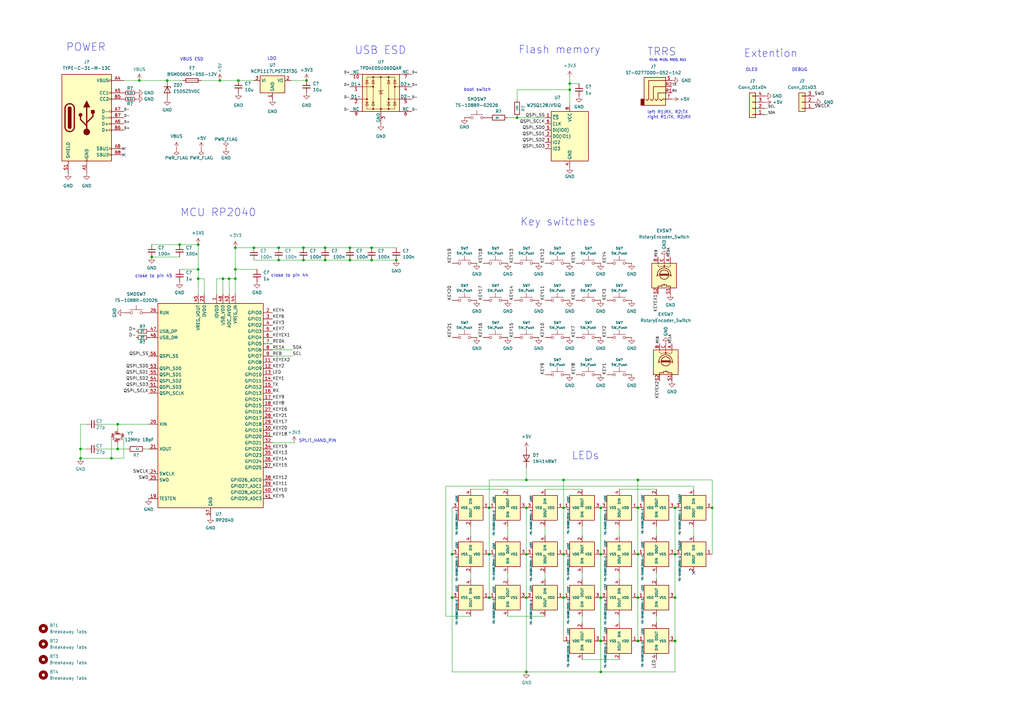
<source format=kicad_sch>
(kicad_sch (version 20230121) (generator eeschema)
  (paper "A3")
  (title_block (title "Corne Left") (date "2023-10-07") (rev "4.0.0") (company "foostan"))
  (junction (at 215.9 208.28))
  (junction (at 162.56 106.68))
  (junction (at 276.86 262.89))
  (junction (at 104.14 101.6))
  (junction (at 200.66 245.11))
  (junction (at 231.14 245.11))
  (junction (at 48.26 184.15))
  (junction (at 81.28 100.33))
  (junction (at 276.86 208.28))
  (junction (at 246.38 262.89))
  (junction (at 246.38 227.33))
  (junction (at 62.23 105.41))
  (junction (at 215.9 227.33))
  (junction (at 96.52 101.6))
  (junction (at 185.42 245.11))
  (junction (at 97.79 33.02))
  (junction (at 114.3 101.6))
  (junction (at 152.4 106.68))
  (junction (at 152.4 101.6))
  (junction (at 133.35 106.68))
  (junction (at 90.17 33.02))
  (junction (at 133.35 101.6))
  (junction (at 276.86 245.11))
  (junction (at 215.9 245.11))
  (junction (at 68.58 33.02))
  (junction (at 231.14 227.33))
  (junction (at 246.38 245.11))
  (junction (at 125.73 33.02))
  (junction (at 93.98 114.3))
  (junction (at 73.66 100.33))
  (junction (at 81.28 114.3))
  (junction (at 48.26 173.99))
  (junction (at 233.68 36.83))
  (junction (at 45.72 187.96))
  (junction (at 231.14 196.85))
  (junction (at 212.09 48.26))
  (junction (at 33.02 184.15))
  (junction (at 215.9 196.85))
  (junction (at 215.9 275.59))
  (junction (at 33.02 187.96))
  (junction (at 114.3 106.68))
  (junction (at 261.62 196.85))
  (junction (at 261.62 227.33))
  (junction (at 246.38 275.59))
  (junction (at 261.62 208.28))
  (junction (at 91.44 114.3))
  (junction (at 261.62 262.89))
  (junction (at 96.52 114.3))
  (junction (at 96.52 110.49))
  (junction (at 143.51 106.68))
  (junction (at 261.62 245.11))
  (junction (at 124.46 106.68))
  (junction (at 124.46 101.6))
  (junction (at 200.66 227.33))
  (junction (at 81.28 110.49))
  (junction (at 233.68 34.29))
  (junction (at 231.14 208.28))
  (junction (at 292.1 208.28))
  (junction (at 276.86 227.33))
  (junction (at 143.51 101.6))
  (junction (at 185.42 227.33))
  (junction (at 200.66 208.28))
  (junction (at 246.38 208.28))
  (junction (at 57.15 33.02))
  (no_connect (at 50.8 60.96))
  (no_connect (at 284.48 234.95))
  (no_connect (at 50.8 63.5))
  (wire (pts (xy 261.62 208.28) (xy 261.62 227.33)))
  (wire (pts (xy 91.44 114.3) (xy 93.98 114.3)))
  (wire (pts (xy 62.23 100.33) (xy 73.66 100.33)))
  (wire (pts (xy 96.52 110.49) (xy 105.41 110.49)))
  (wire (pts (xy 231.14 196.85) (xy 261.62 196.85)))
  (wire (pts (xy 233.68 34.29) (xy 233.68 36.83)))
  (wire (pts (xy 133.35 106.68) (xy 143.51 106.68)))
  (wire (pts (xy 185.42 227.33) (xy 185.42 245.11)))
  (wire (pts (xy 83.82 114.3) (xy 81.28 114.3)))
  (wire (pts (xy 233.68 36.83) (xy 233.68 43.18)))
  (wire (pts (xy 276.86 208.28) (xy 276.86 227.33)))
  (wire (pts (xy 81.28 110.49) (xy 81.28 114.3)))
  (wire (pts (xy 33.02 187.96) (xy 45.72 187.96)))
  (wire (pts (xy 104.14 101.6) (xy 114.3 101.6)))
  (wire (pts (xy 96.52 120.65) (xy 96.52 114.3)))
  (wire (pts (xy 185.42 275.59) (xy 215.9 275.59)))
  (wire (pts (xy 48.26 184.15) (xy 48.26 181.61)))
  (wire (pts (xy 231.14 245.11) (xy 231.14 262.89)))
  (wire (pts (xy 246.38 245.11) (xy 246.38 262.89)))
  (wire (pts (xy 208.28 48.26) (xy 212.09 48.26)))
  (wire (pts (xy 45.72 179.07) (xy 45.72 187.96)))
  (wire (pts (xy 246.38 227.33) (xy 246.38 245.11)))
  (wire (pts (xy 212.09 36.83) (xy 212.09 40.64)))
  (wire (pts (xy 143.51 106.68) (xy 152.4 106.68)))
  (wire (pts (xy 254 270.51) (xy 238.76 270.51)))
  (wire (pts (xy 114.3 101.6) (xy 124.46 101.6)))
  (wire (pts (xy 124.46 106.68) (xy 133.35 106.68)))
  (wire (pts (xy 182.88 199.39) (xy 284.48 199.39)))
  (wire (pts (xy 111.76 143.51) (xy 120.015 143.51)))
  (wire (pts (xy 261.62 196.85) (xy 261.62 208.28)))
  (wire (pts (xy 96.52 110.49) (xy 96.52 114.3)))
  (wire (pts (xy 68.58 33.02) (xy 74.93 33.02)))
  (wire (pts (xy 314.96 44.45) (xy 313.69 44.45)))
  (wire (pts (xy 91.44 114.3) (xy 91.44 120.65)))
  (wire (pts (xy 57.15 33.02) (xy 68.58 33.02)))
  (wire (pts (xy 33.02 184.15) (xy 33.02 187.96)))
  (wire (pts (xy 238.76 219.71) (xy 238.76 215.9)))
  (wire (pts (xy 59.69 184.15) (xy 60.96 184.15)))
  (wire (pts (xy 96.52 101.6) (xy 104.14 101.6)))
  (wire (pts (xy 254 215.9) (xy 254 219.71)))
  (wire (pts (xy 238.76 237.49) (xy 238.76 234.95)))
  (wire (pts (xy 215.9 208.28) (xy 215.9 227.33)))
  (wire (pts (xy 40.64 184.15) (xy 48.26 184.15)))
  (wire (pts (xy 215.9 245.11) (xy 215.9 275.59)))
  (wire (pts (xy 81.28 100.33) (xy 81.28 110.49)))
  (wire (pts (xy 73.66 110.49) (xy 81.28 110.49)))
  (wire (pts (xy 124.46 101.6) (xy 133.35 101.6)))
  (wire (pts (xy 208.28 219.71) (xy 208.28 215.9)))
  (wire (pts (xy 40.64 173.99) (xy 48.26 173.99)))
  (wire (pts (xy 276.86 275.59) (xy 246.38 275.59)))
  (wire (pts (xy 200.66 196.85) (xy 200.66 208.28)))
  (wire (pts (xy 215.9 275.59) (xy 246.38 275.59)))
  (wire (pts (xy 215.9 196.85) (xy 231.14 196.85)))
  (wire (pts (xy 269.24 215.9) (xy 269.24 219.71)))
  (wire (pts (xy 81.28 120.65) (xy 81.28 114.3)))
  (wire (pts (xy 233.68 31.75) (xy 233.68 34.29)))
  (wire (pts (xy 292.1 208.28) (xy 292.1 227.33)))
  (wire (pts (xy 238.76 252.73) (xy 238.76 255.27)))
  (wire (pts (xy 231.14 227.33) (xy 231.14 245.11)))
  (wire (pts (xy 238.76 200.66) (xy 223.52 200.66)))
  (wire (pts (xy 93.98 114.3) (xy 93.98 120.65)))
  (wire (pts (xy 223.52 234.95) (xy 223.52 237.49)))
  (wire (pts (xy 208.28 200.66) (xy 193.04 200.66)))
  (wire (pts (xy 33.02 184.15) (xy 35.56 184.15)))
  (wire (pts (xy 90.17 33.02) (xy 97.79 33.02)))
  (wire (pts (xy 83.82 120.65) (xy 83.82 114.3)))
  (wire (pts (xy 208.28 252.73) (xy 223.52 252.73)))
  (wire (pts (xy 97.79 33.02) (xy 104.14 33.02)))
  (wire (pts (xy 88.9 114.3) (xy 91.44 114.3)))
  (wire (pts (xy 133.35 101.6) (xy 143.51 101.6)))
  (wire (pts (xy 254 234.95) (xy 254 237.49)))
  (wire (pts (xy 193.04 215.9) (xy 193.04 219.71)))
  (wire (pts (xy 314.96 46.99) (xy 313.69 46.99)))
  (wire (pts (xy 48.26 184.15) (xy 52.07 184.15)))
  (wire (pts (xy 233.68 34.29) (xy 237.49 34.29)))
  (wire (pts (xy 50.8 187.96) (xy 45.72 187.96)))
  (wire (pts (xy 284.48 215.9) (xy 284.48 219.71)))
  (wire (pts (xy 269.24 234.95) (xy 269.24 237.49)))
  (wire (pts (xy 96.52 101.6) (xy 96.52 110.49)))
  (wire (pts (xy 246.38 262.89) (xy 246.38 275.59)))
  (wire (pts (xy 215.9 196.85) (xy 200.66 196.85)))
  (wire (pts (xy 152.4 106.68) (xy 162.56 106.68)))
  (wire (pts (xy 223.52 219.71) (xy 223.52 215.9)))
  (wire (pts (xy 152.4 101.6) (xy 162.56 101.6)))
  (wire (pts (xy 88.9 114.3) (xy 88.9 120.65)))
  (wire (pts (xy 292.1 196.85) (xy 292.1 208.28)))
  (wire (pts (xy 73.66 100.33) (xy 81.28 100.33)))
  (wire (pts (xy 96.52 114.3) (xy 93.98 114.3)))
  (wire (pts (xy 233.68 36.83) (xy 212.09 36.83)))
  (wire (pts (xy 276.86 245.11) (xy 276.86 262.89)))
  (wire (pts (xy 261.62 227.33) (xy 261.62 245.11)))
  (wire (pts (xy 269.24 252.73) (xy 269.24 255.27)))
  (wire (pts (xy 231.14 208.28) (xy 231.14 227.33)))
  (wire (pts (xy 111.76 146.05) (xy 120.015 146.05)))
  (wire (pts (xy 48.26 173.99) (xy 60.96 173.99)))
  (wire (pts (xy 50.8 179.07) (xy 50.8 187.96)))
  (wire (pts (xy 212.09 48.26) (xy 223.52 48.26)))
  (wire (pts (xy 50.8 33.02) (xy 57.15 33.02)))
  (wire (pts (xy 208.28 237.49) (xy 208.28 234.95)))
  (wire (pts (xy 114.3 106.68) (xy 124.46 106.68)))
  (wire (pts (xy 276.86 227.33) (xy 276.86 245.11)))
  (wire (pts (xy 185.42 245.11) (xy 185.42 275.59)))
  (wire (pts (xy 143.51 101.6) (xy 152.4 101.6)))
  (wire (pts (xy 193.04 234.95) (xy 193.04 237.49)))
  (wire (pts (xy 284.48 199.39) (xy 284.48 200.66)))
  (wire (pts (xy 254 200.66) (xy 269.24 200.66)))
  (wire (pts (xy 246.38 208.28) (xy 246.38 227.33)))
  (wire (pts (xy 276.86 262.89) (xy 276.86 275.59)))
  (wire (pts (xy 82.55 33.02) (xy 90.17 33.02)))
  (wire (pts (xy 215.9 227.33) (xy 215.9 245.11)))
  (wire (pts (xy 193.04 252.73) (xy 182.88 252.73)))
  (wire (pts (xy 261.62 196.85) (xy 292.1 196.85)))
  (wire (pts (xy 48.26 176.53) (xy 48.26 173.99)))
  (wire (pts (xy 185.42 208.28) (xy 185.42 227.33)))
  (wire (pts (xy 215.9 191.77) (xy 215.9 196.85)))
  (wire (pts (xy 62.23 105.41) (xy 73.66 105.41)))
  (wire (pts (xy 182.88 252.73) (xy 182.88 199.39)))
  (wire (pts (xy 104.14 106.68) (xy 114.3 106.68)))
  (wire (pts (xy 33.02 173.99) (xy 33.02 184.15)))
  (wire (pts (xy 111.76 181.61) (xy 120.65 181.61)))
  (wire (pts (xy 200.66 208.28) (xy 200.66 227.33)))
  (wire (pts (xy 254 252.73) (xy 254 255.27)))
  (wire (pts (xy 119.38 33.02) (xy 125.73 33.02)))
  (wire (pts (xy 35.56 173.99) (xy 33.02 173.99)))
  (wire (pts (xy 200.66 227.33) (xy 200.66 245.11)))
  (wire (pts (xy 261.62 245.11) (xy 261.62 262.89)))
  (wire (pts (xy 231.14 196.85) (xy 231.14 208.28)))
  (text "MCU RP2040" (at 73.914 89.154 0) (effects (font (size 3.175 3.175)) (justify left bottom)))
  (text "Key switches" (at 213.36 92.964 0) (effects (font (size 3.175 3.175)) (justify left bottom)))
  (text "OLED" (at 305.816 29.464 0) (effects (font (size 1.27 1.27)) (justify left bottom)))
  (text "close to pin 45" (at 55.372 114.046 0) (effects (font (size 1.27 1.27)) (justify left bottom)))
  (text "DEBUG" (at 324.739 29.464 0) (effects (font (size 1.27 1.27)) (justify left bottom)))
  (text "USB ESD" (at 145.415 22.606 0) (effects (font (size 3.175 3.175)) (justify left bottom)))
  (text "LDO" (at 109.601 24.892 0) (effects (font (size 1.27 1.27)) (justify left bottom)))
  (text "Flash memory" (at 212.598 22.352 0) (effects (font (size 3.175 3.175)) (justify left bottom)))
  (text "POWER\n" (at 27.051 21.336 0) (effects (font (size 3.175 3.175)) (justify left bottom)))
  (text "LEDs" (at 234.442 188.849 0) (effects (font (size 3.175 3.175)) (justify left bottom)))
  (text "left R1:RX, R2:TX\nright R1:TX, R2:RX" (at 265.43 48.895 0) (effects (font (size 1.27 1.27)) (justify left bottom)))
  (text "Extention" (at 305.054 23.876 0) (effects (font (size 3.175 3.175)) (justify left bottom)))
  (text "TRRS" (at 265.43 23.241 0) (effects (font (size 3.175 3.175)) (justify left bottom)))
  (text "T(4,5), R1(3), R2(2), S(1)\n" (at 266.065 25.146 0) (effects (font (size 0.762 0.762)) (justify left bottom)))
  (text "VBUS ESD" (at 73.787 25.146 0) (effects (font (size 1.27 1.27)) (justify left bottom)))
  (text "SPLIT_HAND_PIN" (at 122.555 181.61 0) (effects (font (size 1.27 1.27)) (justify left bottom)))
  (text "boot switch" (at 190.119 37.592 0) (effects (font (size 1.27 1.27)) (justify left bottom)))
  (text "close to pin 44" (at 111.125 113.792 0) (effects (font (size 1.27 1.27)) (justify left bottom)))
  (label "KEY8" (at 111.76 166.37 0))
  (label "KEY9" (at 111.76 163.83 0))
  (label "KEY8" (at 236.22 153.67 90))
  (label "RX" (at 111.76 161.29 0))
  (label "QSPI_SD2" (at 60.96 156.21 180))
  (label "SCL" (at 314.96 44.45 0) (effects (font (size 1 1))))
  (label "KEY3" (at 248.92 123.19 90))
  (label "QSPI_SCLK" (at 60.96 161.29 180))
  (label "RE1A" (at 111.76 143.51 0))
  (label "KEY2" (at 111.76 151.13 0))
  (label "D+" (at 55.88 135.89 180))
  (label "D+" (at 168.91 35.56 0) (effects (font (size 1 1))))
  (label "REB" (at 111.76 146.05 0))
  (label "D-" (at 55.88 138.43 180))
  (label "QSPI_SS" (at 223.52 48.26 180))
  (label "SDA" (at 314.96 46.99 0) (effects (font (size 1 1))))
  (label "D+" (at 143.51 30.48 180) (effects (font (size 1 1))))
  (label "REB" (at 270.51 140.97 90) (effects (font (size 1 1))))
  (label "KEY5" (at 236.22 107.95 90))
  (label "RE0A" (at 274.955 105.41 90) (effects (font (size 1 1))))
  (label "LED" (at 111.76 153.67 0))
  (label "KEY21" (at 185.42 138.43 90))
  (label "RX" (at 275.59 38.1 0) (effects (font (size 1 1))))
  (label "KEY17" (at 111.76 173.99 0))
  (label "KEY1" (at 111.76 156.21 0))
  (label "TX" (at 111.76 158.75 0))
  (label "KEY5" (at 111.76 204.47 0))
  (label "D+" (at 50.8 50.8 0) (effects (font (size 1 1))))
  (label "KEY16" (at 111.76 168.91 0))
  (label "KEY3" (at 111.76 133.35 0))
  (label "KEYEX2" (at 111.76 148.59 0))
  (label "D+" (at 143.51 35.56 180) (effects (font (size 1 1))))
  (label "KEY17" (at 198.12 123.19 90))
  (label "KEY10" (at 111.76 201.93 0))
  (label "D-" (at 50.8 48.26 0) (effects (font (size 1 1))))
  (label "QSPI_SD1" (at 60.96 153.67 180))
  (label "TX" (at 275.59 35.56 0) (effects (font (size 1 1))))
  (label "KEY4" (at 111.76 128.27 0))
  (label "QSPI_SD0" (at 223.52 53.34 180))
  (label "KEY20" (at 111.76 176.53 0))
  (label "QSPI_SD1" (at 223.52 55.88 180))
  (label "SWCLK" (at 334.01 44.45 0))
  (label "D+" (at 168.91 30.48 0) (effects (font (size 1 1))))
  (label "SCL" (at 120.015 146.05 0))
  (label "QSPI_SCLK" (at 223.52 50.8 180))
  (label "D-" (at 168.91 45.72 0) (effects (font (size 1 1))))
  (label "KEY20" (at 185.42 123.19 90))
  (label "KEY4" (at 248.92 107.95 90))
  (label "KEY11" (at 111.76 199.39 0))
  (label "KEY14" (at 111.76 189.23 0))
  (label "RE0A" (at 111.76 140.97 0))
  (label "D+" (at 50.8 53.34 0) (effects (font (size 1 1))))
  (label "KEY18" (at 198.12 107.95 90))
  (label "QSPI_SS" (at 60.96 146.05 180))
  (label "KEYEX1" (at 269.875 120.65 270))
  (label "KEY7" (at 236.22 138.43 90))
  (label "KEY14" (at 210.82 123.19 90))
  (label "RE1A" (at 275.59 140.97 90) (effects (font (size 1 1))))
  (label "SWCLK" (at 60.96 194.31 180))
  (label "KEY1" (at 248.92 153.67 90))
  (label "KEY2" (at 248.92 138.43 90))
  (label "QSPI_SD2" (at 223.52 58.42 180))
  (label "QSPI_SD3" (at 223.52 60.96 180))
  (label "SWD" (at 334.01 39.37 0))
  (label "KEY13" (at 111.76 186.69 0))
  (label "KEY18" (at 111.76 179.07 0))
  (label "KEY7" (at 111.76 135.89 0))
  (label "KEY6" (at 236.22 123.19 90))
  (label "D-" (at 168.91 40.64 0) (effects (font (size 1 1))))
  (label "KEY9" (at 223.52 153.67 90))
  (label "KEY15" (at 111.76 191.77 0))
  (label "KEY13" (at 210.82 107.95 90))
  (label "KEYEX2" (at 270.51 156.21 270))
  (label "KEY15" (at 210.82 138.43 90))
  (label "KEY10" (at 223.52 138.43 90))
  (label "SDA" (at 120.015 143.51 0))
  (label "D-" (at 143.51 40.64 180) (effects (font (size 1 1))))
  (label "LED" (at 269.24 270.51 270))
  (label "KEYEX1" (at 111.76 138.43 0))
  (label "KEY12" (at 223.52 107.95 90))
  (label "D-" (at 143.51 45.72 180) (effects (font (size 1 1))))
  (label "SWD" (at 60.96 196.85 180))
  (label "D-" (at 50.8 45.72 0) (effects (font (size 1 1))))
  (label "KEY6" (at 111.76 130.81 0))
  (label "REB" (at 269.875 105.41 90) (effects (font (size 1 1))))
  (label "KEY19" (at 111.76 184.15 0))
  (label "KEY16" (at 198.12 138.43 90))
  (label "QSPI_SD3" (at 60.96 158.75 180))
  (label "KEY19" (at 185.42 107.95 90))
  (label "QSPI_SD0" (at 60.96 151.13 180))
  (label "KEY11" (at 223.52 123.19 90))
  (label "KEY12" (at 111.76 196.85 0))
  (label "KEY21" (at 111.76 171.45 0))
  (symbol (lib_id "power:GND") (at 55.88 38.1 90) (unit 1)
    (property "Reference" "#PWR?" (effects hide))
    (property "Value" "GND" (at 59.055 38.1 90) (effects (justify right)))
    (instances (project "cherry" (path "" (reference "#PWR?") (unit 1)) (path "" (reference "#PWR05") (unit 1))))
  )
  (symbol (lib_id "power:GND") (at 233.68 153.67 0) (unit 1)
    (property "Reference" "#PWR?" (effects hide))
    (property "Value" "GND" (at 233.68 158.115 0))
    (instances (project "cherry" (path "" (reference "#PWR?") (unit 1)) (path "" (reference "#PWR044") (unit 1))))
  )
  (symbol (lib_id "power:GND") (at 195.58 138.43 0) (unit 1)
    (property "Reference" "#PWR?" (effects hide))
    (property "Value" "GND" (at 195.58 142.875 0))
    (instances (project "cherry" (path "" (reference "#PWR?") (unit 1)) (path "" (reference "#PWR030") (unit 1))))
  )
  (symbol (lib_id "power:GND") (at 273.05 140.97 180) (unit 1)
    (property "Reference" "#PWR?" (effects hide))
    (property "Value" "GND" (at 273.05 135.89 90))
    (instances (project "cherry" (path "" (reference "#PWR?") (unit 1)) (path "" (reference "#PWR055") (unit 1))))
  )
  (symbol (lib_id "power:GND") (at 55.88 40.64 90) (unit 1)
    (property "Reference" "#PWR?" (effects hide))
    (property "Value" "GND" (at 59.055 40.64 90) (effects (justify right)))
    (instances (project "cherry" (path "" (reference "#PWR?") (unit 1)) (path "" (reference "#PWR06") (unit 1))))
  )
  (symbol (lib_id "kbd_local:YS-SK6812MINI-E") (at 208.28 227.33 90) (unit 1)
    (property "Reference" "LED?" (at 202.565 225.425 0) (effects (font (size 0.7366 0.7366)) (justify left)))
    (property "Value" "YS-SK6812MINI-E" (at 202.565 238.125 0) (effects (font (size 0.7366 0.7366)) (justify left)))
    (property "Footprint" "kbd_local:YS-SK6812MINI-E" (effects hide))
    (instances (project "cherry" (path "" (reference "LED?") (unit 1)) (path "" (reference "LED17") (unit 1))))
  )
  (symbol (lib_id "Device:R_Small") (at 58.42 135.89 90) (unit 1)
    (property "Reference" "R?" (at 58.42 133.985 90))
    (property "Value" "27" (at 58.42 135.89 90) (effects (font (size 0.762 0.762))))
    (property "Footprint" "Resistor_SMD:R_0402_1005Metric" (effects hide))
    (instances (project "cherry" (path "" (reference "R?") (unit 1)) (path "" (reference "R4") (unit 1))))
  )
  (symbol (lib_id "Switch:SW_Push") (at 241.3 107.95 0) (unit 1)
    (property "Reference" "SW?" (at 241.3 101.854 0) (effects (font (size 1 1))))
    (property "Value" "SW_Push" (at 241.3 103.886 0) (effects (font (size 1 1))))
    (property "Footprint" "kbd:keyswitch_cherrymx_hotswap_1u" (effects hide))
    (instances (project "cherry" (path "" (reference "SW?") (unit 1)) (path "" (reference "SW5") (unit 1))))
  )
  (symbol (lib_id "power:+3V3") (at 233.68 31.75 0) (unit 1)
    (property "Reference" "#PWR?" (effects hide))
    (property "Value" "+3V3" (at 233.68 26.924 0))
    (instances (project "cherry" (path "" (reference "#PWR?") (unit 1)) (path "" (reference "#PWR039") (unit 1))))
  )
  (symbol (lib_id "kbd_local:YS-SK6812MINI-E") (at 254 227.33 270) (unit 1)
    (property "Reference" "LED?" (at 248.285 221.615 0) (effects (font (size 0.7366 0.7366)) (justify left)))
    (property "Value" "YS-SK6812MINI-E" (at 248.285 227.965 0) (effects (font (size 0.7366 0.7366)) (justify left)))
    (property "Footprint" "kbd_local:YS-SK6812MINI-E" (effects hide))
    (instances (project "cherry" (path "" (reference "LED?") (unit 1)) (path "" (reference "LED6") (unit 1))))
  )
  (symbol (lib_id "power:GND") (at 208.28 123.19 0) (unit 1)
    (property "Reference" "#PWR?" (effects hide))
    (property "Value" "GND" (at 208.28 127.635 0))
    (instances (project "cherry" (path "" (reference "#PWR?") (unit 1)) (path "" (reference "#PWR032") (unit 1))))
  )
  (symbol (lib_id "kbd_local:YS-SK6812MINI-E") (at 269.24 208.28 90) (unit 1)
    (property "Reference" "LED?" (at 263.525 205.74 0) (effects (font (size 0.7366 0.7366)) (justify left)))
    (property "Value" "YS-SK6812MINI-E" (at 263.525 219.075 0) (effects (font (size 0.7366 0.7366)) (justify left)))
    (property "Footprint" "kbd_local:YS-SK6812MINI-E" (effects hide))
    (instances (project "cherry" (path "" (reference "LED?") (unit 1)) (path "" (reference "LED4") (unit 1))))
  )
  (symbol (lib_id "power:GND") (at 220.98 138.43 0) (unit 1)
    (property "Reference" "#PWR?" (effects hide))
    (property "Value" "GND" (at 220.98 142.875 0))
    (instances (project "cherry" (path "" (reference "#PWR?") (unit 1)) (path "" (reference "#PWR038") (unit 1))))
  )
  (symbol (lib_name "SW_Push_1") (lib_id "Switch:SW_Push") (at 254 107.95 0) (unit 1)
    (property "Reference" "SW?" (at 254 101.854 0) (effects (font (size 1 1))))
    (property "Value" "SW_Push" (at 254 103.886 0) (effects (font (size 1 1))))
    (property "Footprint" "kbd:keyswitch_cherrymx_hotswap_1u" (effects hide))
    (instances (project "cherry" (path "" (reference "SW?") (unit 1)) (path "" (reference "SW4") (unit 1))))
  )
  (symbol (lib_id "power:+3V3") (at 125.73 33.02 0) (unit 1)
    (property "Reference" "#PWR?" (effects hide))
    (property "Value" "+3V3" (at 125.73 28.702 0))
    (instances (project "cherry" (path "" (reference "#PWR?") (unit 1)) (path "" (reference "#PWR023") (unit 1))))
  )
  (symbol (lib_id "power:GND") (at 233.68 123.19 0) (unit 1)
    (property "Reference" "#PWR?" (effects hide))
    (property "Value" "GND" (at 233.68 127.635 0))
    (instances (project "cherry" (path "" (reference "#PWR?") (unit 1)) (path "" (reference "#PWR042") (unit 1))))
  )
  (symbol (lib_id "Switch:SW_Push") (at 228.6 107.95 0) (unit 1)
    (property "Reference" "SW?" (at 228.6 101.854 0) (effects (font (size 1 1))))
    (property "Value" "SW_Push" (at 228.6 103.886 0) (effects (font (size 1 1))))
    (property "Footprint" "kbd:keyswitch_cherrymx_hotswap_1u" (effects hide))
    (instances (project "cherry" (path "" (reference "SW?") (unit 1)) (path "" (reference "SW12") (unit 1))))
  )
  (symbol (lib_id "Switch:SW_Push") (at 241.3 138.43 0) (unit 1)
    (property "Reference" "SW?" (at 241.3 132.334 0) (effects (font (size 1 1))))
    (property "Value" "SW_Push" (at 241.3 134.366 0) (effects (font (size 1 1))))
    (property "Footprint" "kbd:keyswitch_cherrymx_hotswap_1u" (effects hide))
    (instances (project "cherry" (path "" (reference "SW?") (unit 1)) (path "" (reference "SW7") (unit 1))))
  )
  (symbol (lib_id "power:VBUS") (at 72.39 60.96 0) (unit 1)
    (property "Reference" "#PWR?" (effects hide))
    (property "Value" "VBUS" (at 72.39 55.88 0))
    (instances (project "cherry" (path "" (reference "#PWR?") (unit 1)) (path "" (reference "#PWR011") (unit 1))))
  )
  (symbol (lib_id "MCU_RaspberryPi:RP2040") (at 86.36 166.37 0) (unit 1)
    (property "Reference" "U?" (at 88.3159 210.82 0) (effects (justify left)))
    (property "Value" "RP2040" (at 88.3159 213.36 0) (effects (justify left)))
    (property "Footprint" "Package_DFN_QFN:QFN-56-1EP_7x7mm_P0.4mm_EP3.2x3.2mm" (effects hide))
    (property "Datasheet" "https://datasheets.raspberrypi.com/rp2040/rp2040-datasheet.pdf" (effects hide))
    (property "JLCPCB Part #" "C2040" (effects hide))
    (instances (project "cherry" (path "" (reference "U?") (unit 1)) (path "" (reference "U1") (unit 1))))
  )
  (symbol (lib_id "power:GND") (at 275.59 33.02 90) (unit 1)
    (property "Reference" "#PWR?" (effects hide))
    (property "Value" "GND" (at 279.4 33.02 90) (effects (justify right)))
    (instances (project "cherry" (path "" (reference "#PWR?") (unit 1)) (path "" (reference "#PWR057") (unit 1))))
  )
  (symbol (lib_id "power:GND") (at 35.56 71.12 0) (unit 1)
    (property "Reference" "#PWR?" (effects hide))
    (property "Value" "GND" (at 35.56 76.2 0))
    (instances (project "cherry" (path "" (reference "#PWR?") (unit 1)) (path "" (reference "#PWR03") (unit 1))))
  )
  (symbol (lib_id "Switch:SW_Push") (at 190.5 138.43 0) (unit 1)
    (property "Reference" "SW?" (at 190.5 132.334 0) (effects (font (size 1 1))))
    (property "Value" "SW_Push" (at 190.5 134.366 0) (effects (font (size 1 1))))
    (property "Footprint" "kbd:keyswitch_cherrymx_hotswap_1u" (effects hide))
    (instances (project "cherry" (path "" (reference "SW?") (unit 1)) (path "" (reference "SW21") (unit 1))))
  )
  (symbol (lib_id "power:GND") (at 259.08 138.43 0) (unit 1)
    (property "Reference" "#PWR?" (effects hide))
    (property "Value" "GND" (at 259.08 142.875 0))
    (instances (project "cherry" (path "" (reference "#PWR?") (unit 1)) (path "" (reference "#PWR052") (unit 1))))
  )
  (symbol (lib_id "kbd_local:YS-SK6812MINI-E") (at 208.28 208.28 90) (unit 1)
    (property "Reference" "LED?" (at 202.565 206.375 0) (effects (font (size 0.7366 0.7366)) (justify left)))
    (property "Value" "YS-SK6812MINI-E" (at 202.565 219.71 0) (effects (font (size 0.7366 0.7366)) (justify left)))
    (property "Footprint" "kbd_local:YS-SK6812MINI-E" (effects hide))
    (instances (project "cherry" (path "" (reference "LED?") (unit 1)) (path "" (reference "LED18") (unit 1))))
  )
  (symbol (lib_id "power:GND") (at 215.9 275.59 0) (unit 1)
    (property "Reference" "#PWR?" (effects hide))
    (property "Value" "GND" (at 216.027 279.9842 0))
    (instances (project "cherry" (path "" (reference "#PWR?") (unit 1)) (path "" (reference "#PWR035") (unit 1))))
  )
  (symbol (lib_id "Switch:SW_Push") (at 190.5 107.95 0) (unit 1)
    (property "Reference" "SW?" (at 190.5 101.854 0) (effects (font (size 1 1))))
    (property "Value" "SW_Push" (at 190.5 103.886 0) (effects (font (size 1 1))))
    (property "Footprint" "kbd:keyswitch_cherrymx_hotswap_1u" (effects hide))
    (instances (project "cherry" (path "" (reference "SW?") (unit 1)) (path "" (reference "SW19") (unit 1))))
  )
  (symbol (lib_id "Device:Fuse") (at 78.74 33.02 90) (unit 1)
    (property "Reference" "F?" (at 78.74 27.94 90))
    (property "Value" "BSMD0603-050-12V" (at 78.74 30.48 90))
    (property "Footprint" "Fuse:Fuse_0603_1608Metric" (effects hide))
    (property "Description" "12V 500mA 40A 1A 0603 Resettable Fuses ROHS" (effects hide))
    (property "JLCPCB Part #" "C2844464" (effects hide))
    (instances (project "cherry" (path "" (reference "F?") (unit 1)) (path "" (reference "F1") (unit 1))))
  )
  (symbol (lib_id "power:GND") (at 105.41 115.57 0) (unit 1)
    (property "Reference" "#PWR?" (effects hide))
    (property "Value" "GND" (at 105.41 120.015 0))
    (instances (project "cherry" (path "" (reference "#PWR?") (unit 1)) (path "" (reference "#PWR020") (unit 1))))
  )
  (symbol (lib_id "kbd_local:YS-SK6812MINI-E") (at 238.76 227.33 90) (unit 1)
    (property "Reference" "LED?" (at 233.045 225.425 0) (effects (font (size 0.7366 0.7366)) (justify left)))
    (property "Value" "YS-SK6812MINI-E" (at 233.045 238.125 0) (effects (font (size 0.7366 0.7366)) (justify left)))
    (property "Footprint" "kbd_local:YS-SK6812MINI-E" (effects hide))
    (instances (project "cherry" (path "" (reference "LED?") (unit 1)) (path "" (reference "LED11") (unit 1))))
  )
  (symbol (lib_id "kbd_local:YS-SK6812MINI-E") (at 269.24 245.11 90) (unit 1)
    (property "Reference" "LED?" (at 263.525 242.57 0) (effects (font (size 0.7366 0.7366)) (justify left)))
    (property "Value" "YS-SK6812MINI-E" (at 263.525 255.905 0) (effects (font (size 0.7366 0.7366)) (justify left)))
    (property "Footprint" "kbd_local:YS-SK6812MINI-E" (effects hide))
    (instances (project "cherry" (path "" (reference "LED?") (unit 1)) (path "" (reference "LED2") (unit 1))))
  )
  (symbol (lib_id "Diode:1N4148WT") (at 215.9 187.96 90) (unit 1)
    (property "Reference" "D?" (at 218.44 186.69 90) (effects (justify right)))
    (property "Value" "1N4148WT" (at 218.44 189.23 90) (effects (justify right)))
    (property "Footprint" "Diode_SMD:D_SOD-523" (effects hide))
    (property "Datasheet" "https://www.diodes.com/assets/Datasheets/ds30396.pdf" (effects hide))
    (property "JLCPCB Part #" "C232841" (effects hide))
    (instances (project "cherry" (path "" (reference "D?") (unit 1)) (path "" (reference "D1") (unit 1))))
  )
  (symbol (lib_id "power:GND") (at 195.58 107.95 0) (unit 1)
    (property "Reference" "#PWR?" (effects hide))
    (property "Value" "GND" (at 195.58 112.395 0))
    (instances (project "cherry" (path "" (reference "#PWR?") (unit 1)) (path "" (reference "#PWR028") (unit 1))))
  )
  (symbol (lib_id "kbd_local:YS-SK6812MINI-E") (at 284.48 227.33 270) (unit 1)
    (property "Reference" "EXLED?" (at 278.765 221.615 0) (effects (font (size 0.7366 0.7366)) (justify left)))
    (property "Value" "YS-SK6812MINI-E" (at 278.765 227.965 0) (effects (font (size 0.7366 0.7366)) (justify left)))
    (property "Footprint" "kbd_local:YS-SK6812MINI-E" (effects hide))
    (instances (project "cherry" (path "" (reference "EXLED?") (unit 1)) (path "" (reference "EXLED2") (unit 1))))
  )
  (symbol (lib_id "Switch:SW_Push") (at 241.3 123.19 0) (unit 1)
    (property "Reference" "SW?" (at 241.3 117.094 0) (effects (font (size 1 1))))
    (property "Value" "SW_Push" (at 241.3 119.126 0) (effects (font (size 1 1))))
    (property "Footprint" "kbd:keyswitch_cherrymx_hotswap_1u" (effects hide))
    (instances (project "cherry" (path "" (reference "SW?") (unit 1)) (path "" (reference "SW6") (unit 1))))
  )
  (symbol (lib_id "power:+5V") (at 313.69 41.91 270) (unit 1)
    (property "Reference" "#PWR?" (effects hide))
    (property "Value" "+5V" (at 316.865 41.91 90) (effects (justify left)))
    (instances (project "cherry" (path "" (reference "#PWR?") (unit 1)) (path "" (reference "#PWR061") (unit 1))))
  )
  (symbol (lib_id "Device:C_Small") (at 38.1 184.15 270) (unit 1)
    (property "Reference" "C?" (at 39.37 182.88 90) (effects (justify left)))
    (property "Value" "27p" (at 39.37 185.42 90) (effects (justify left)))
    (property "Footprint" "Capacitor_SMD:C_0402_1005Metric" (effects hide))
    (instances (project "cherry" (path "" (reference "C?") (unit 1)) (path "" (reference "C2") (unit 1))))
  )
  (symbol (lib_id "power:GND") (at 220.98 123.19 0) (unit 1)
    (property "Reference" "#PWR?" (effects hide))
    (property "Value" "GND" (at 220.98 127.635 0))
    (instances (project "cherry" (path "" (reference "#PWR?") (unit 1)) (path "" (reference "#PWR037") (unit 1))))
  )
  (symbol (lib_id "kbd_local:YS-SK6812MINI-E") (at 254 208.28 270) (unit 1)
    (property "Reference" "LED?" (at 248.285 203.2 0) (effects (font (size 0.7366 0.7366)) (justify left)))
    (property "Value" "YS-SK6812MINI-E" (at 248.285 208.915 0) (effects (font (size 0.7366 0.7366)) (justify left)))
    (property "Footprint" "kbd_local:YS-SK6812MINI-E" (effects hide))
    (instances (project "cherry" (path "" (reference "LED?") (unit 1)) (path "" (reference "LED5") (unit 1))))
  )
  (symbol (lib_id "Switch:SW_Push") (at 254 153.67 0) (unit 1)
    (property "Reference" "SW?" (at 254 147.574 0) (effects (font (size 1 1))))
    (property "Value" "SW_Push" (at 254 149.606 0) (effects (font (size 1 1))))
    (property "Footprint" "kbd:keyswitch_cherrymx_hotswap_1.5u" (effects hide))
    (instances (project "cherry" (path "" (reference "SW?") (unit 1)) (path "" (reference "SW1") (unit 1))))
  )
  (symbol (lib_id "Switch:SW_Push") (at 215.9 123.19 0) (unit 1)
    (property "Reference" "SW?" (at 215.9 117.094 0) (effects (font (size 1 1))))
    (property "Value" "SW_Push" (at 215.9 119.126 0) (effects (font (size 1 1))))
    (property "Footprint" "kbd:keyswitch_cherrymx_hotswap_1u" (effects hide))
    (instances (project "cherry" (path "" (reference "SW?") (unit 1)) (path "" (reference "SW14") (unit 1))))
  )
  (symbol (lib_id "Mechanical:MountingHole") (at 17.78 264.16 0) (unit 1)
    (property "Reference" "BT2" (at 20.32 262.89 0) (effects (justify left)))
    (property "Value" "Breakaway Tabs" (at 20.32 265.43 0) (effects (justify left)))
    (property "Footprint" "kbd_local:Breakaway_Tabs" (effects hide))
  )
  (symbol (lib_id "Switch:SW_Push") (at 203.2 123.19 0) (unit 1)
    (property "Reference" "SW?" (at 203.2 117.094 0) (effects (font (size 1 1))))
    (property "Value" "SW_Push" (at 203.2 119.126 0) (effects (font (size 1 1))))
    (property "Footprint" "kbd:keyswitch_cherrymx_hotswap_1u" (effects hide))
    (instances (project "cherry" (path "" (reference "SW?") (unit 1)) (path "" (reference "SW17") (unit 1))))
  )
  (symbol (lib_id "kbd_local:YS-SK6812MINI-E") (at 223.52 208.28 270) (unit 1)
    (property "Reference" "LED?" (at 217.805 203.2 0) (effects (font (size 0.7366 0.7366)) (justify left)))
    (property "Value" "YS-SK6812MINI-E" (at 217.805 208.915 0) (effects (font (size 0.7366 0.7366)) (justify left)))
    (property "Footprint" "kbd_local:YS-SK6812MINI-E" (effects hide))
    (instances (project "cherry" (path "" (reference "LED?") (unit 1)) (path "" (reference "LED13") (unit 1))))
  )
  (symbol (lib_id "kbd_local:YS-SK6812MINI-E") (at 193.04 245.11 270) (unit 1)
    (property "Reference" "LED?" (at 187.325 240.03 0) (effects (font (size 0.7366 0.7366)) (justify left)))
    (property "Value" "YS-SK6812MINI-E" (at 187.325 245.745 0) (effects (font (size 0.7366 0.7366)) (justify left)))
    (property "Footprint" "kbd_local:YS-SK6812MINI-E" (effects hide))
    (instances (project "cherry" (path "" (reference "LED?") (unit 1)) (path "" (reference "LED21") (unit 1))))
  )
  (symbol (lib_id "power:GND") (at 220.98 107.95 0) (unit 1)
    (property "Reference" "#PWR?" (effects hide))
    (property "Value" "GND" (at 220.98 112.395 0))
    (instances (project "cherry" (path "" (reference "#PWR?") (unit 1)) (path "" (reference "#PWR036") (unit 1))))
  )
  (symbol (lib_id "power:GND") (at 233.68 68.58 0) (unit 1)
    (property "Reference" "#PWR?" (effects hide))
    (property "Value" "GND" (at 233.68 72.39 0))
    (instances (project "cherry" (path "" (reference "#PWR?") (unit 1)) (path "" (reference "#PWR040") (unit 1))))
  )
  (symbol (lib_id "power:GND") (at 334.01 41.91 90) (unit 1)
    (property "Reference" "#PWR?" (effects hide))
    (property "Value" "GND" (at 337.82 41.91 90) (effects (justify right)))
    (instances (project "cherry" (path "" (reference "#PWR?") (unit 1)) (path "" (reference "#PWR062") (unit 1))))
  )
  (symbol (lib_id "power:GND") (at 33.02 187.96 0) (unit 1)
    (property "Reference" "#PWR?" (effects hide))
    (property "Value" "GND" (at 33.02 192.405 0))
    (instances (project "cherry" (path "" (reference "#PWR?") (unit 1)) (path "" (reference "#PWR02") (unit 1))))
  )
  (symbol (lib_id "power:GND") (at 50.8 128.27 270) (unit 1)
    (property "Reference" "#PWR?" (effects hide))
    (property "Value" "GND" (at 46.99 128.27 0))
    (instances (project "cherry" (path "" (reference "#PWR?") (unit 1)) (path "" (reference "#PWR04") (unit 1))))
  )
  (symbol (lib_id "kbd_local:YS-SK6812MINI-E") (at 223.52 227.33 270) (unit 1)
    (property "Reference" "LED?" (at 217.805 222.25 0) (effects (font (size 0.7366 0.7366)) (justify left)))
    (property "Value" "YS-SK6812MINI-E" (at 217.805 227.965 0) (effects (font (size 0.7366 0.7366)) (justify left)))
    (property "Footprint" "kbd_local:YS-SK6812MINI-E" (effects hide))
    (instances (project "cherry" (path "" (reference "LED?") (unit 1)) (path "" (reference "LED14") (unit 1))))
  )
  (symbol (lib_id "power:+3V3") (at 96.52 101.6 0) (unit 1)
    (property "Reference" "#PWR?" (effects hide))
    (property "Value" "+3V3" (at 96.52 96.52 0))
    (instances (project "cherry" (path "" (reference "#PWR?") (unit 1)) (path "" (reference "#PWR018") (unit 1))))
  )
  (symbol (lib_id "Power_Protection:TPD4EUSB30") (at 156.21 38.1 0) (unit 1)
    (property "Reference" "U?" (at 156.21 25.4 0))
    (property "Value" "TPD4E05U06DQAR" (at 156.21 27.94 0))
    (property "Footprint" "Package_SON:USON-10_2.5x1.0mm_P0.5mm" (effects hide))
    (property "Datasheet" "http://www.ti.com/lit/ds/symlink/tpd2eusb30a.pdf" (effects hide))
    (property "JLCPCB Part #" "C138714" (effects hide))
    (instances (project "cherry" (path "" (reference "U?") (unit 1)) (path "" (reference "U3") (unit 1))))
  )
  (symbol (lib_id "power:PWR_FLAG") (at 92.71 60.96 0) (unit 1)
    (property "Reference" "#FLG?" (effects hide))
    (property "Value" "PWR_FLAG" (at 92.71 57.15 0))
    (instances (project "cherry" (path "" (reference "#FLG?") (unit 1)) (path "" (reference "#FLG03") (unit 1))))
  )
  (symbol (lib_id "kbd_local:YS-SK6812MINI-E") (at 193.04 208.28 270) (unit 1)
    (property "Reference" "LED?" (at 187.325 203.2 0) (effects (font (size 0.7366 0.7366)) (justify left)))
    (property "Value" "YS-SK6812MINI-E" (at 187.325 208.915 0) (effects (font (size 0.7366 0.7366)) (justify left)))
    (property "Footprint" "kbd_local:YS-SK6812MINI-E" (effects hide))
    (instances (project "cherry" (path "" (reference "LED?") (unit 1)) (path "" (reference "LED19") (unit 1))))
  )
  (symbol (lib_id "Switch:SW_Push") (at 203.2 138.43 0) (unit 1)
    (property "Reference" "SW?" (at 203.2 132.334 0) (effects (font (size 1 1))))
    (property "Value" "SW_Push" (at 203.2 134.366 0) (effects (font (size 1 1))))
    (property "Footprint" "kbd:keyswitch_cherrymx_hotswap_1u" (effects hide))
    (instances (project "cherry" (path "" (reference "SW?") (unit 1)) (path "" (reference "SW16") (unit 1))))
  )
  (symbol (lib_id "power:GND") (at 68.58 40.64 0) (unit 1)
    (property "Reference" "#PWR?" (effects hide))
    (property "Value" "GND" (at 68.58 45.085 0))
    (instances (project "cherry" (path "" (reference "#PWR?") (unit 1)) (path "" (reference "#PWR010") (unit 1))))
  )
  (symbol (lib_id "Switch:SW_Push") (at 215.9 138.43 0) (unit 1)
    (property "Reference" "SW?" (at 215.9 132.334 0) (effects (font (size 1 1))))
    (property "Value" "SW_Push" (at 215.9 134.366 0) (effects (font (size 1 1))))
    (property "Footprint" "kbd:keyswitch_cherrymx_hotswap_1u" (effects hide))
    (instances (project "cherry" (path "" (reference "SW?") (unit 1)) (path "" (reference "SW15") (unit 1))))
  )
  (symbol (lib_id "Device:RotaryEncoder_Switch") (at 273.05 148.59 270) (unit 1)
    (property "Reference" "EXSW?" (at 273.05 128.905 90))
    (property "Value" "RotaryEncoder_Switch" (at 273.05 131.445 90))
    (property "Footprint" "kbd_local:keyswitch_cherrymx_hotswap_1u_rotary_encoder_ec12" (effects hide))
    (instances (project "cherry" (path "" (reference "EXSW?") (unit 1)) (path "" (reference "EXSW2") (unit 1))))
  )
  (symbol (lib_id "Switch:SW_Push") (at 203.2 107.95 0) (unit 1)
    (property "Reference" "SW?" (at 203.2 101.854 0) (effects (font (size 1 1))))
    (property "Value" "SW_Push" (at 203.2 103.886 0) (effects (font (size 1 1))))
    (property "Footprint" "kbd:keyswitch_cherrymx_hotswap_1u" (effects hide))
    (instances (project "cherry" (path "" (reference "SW?") (unit 1)) (path "" (reference "SW18") (unit 1))))
  )
  (symbol (lib_id "power:GND") (at 233.68 107.95 0) (unit 1)
    (property "Reference" "#PWR?" (effects hide))
    (property "Value" "GND" (at 233.68 112.395 0))
    (instances (project "cherry" (path "" (reference "#PWR?") (unit 1)) (path "" (reference "#PWR041") (unit 1))))
  )
  (symbol (lib_id "power:GND") (at 259.08 153.67 0) (unit 1)
    (property "Reference" "#PWR?" (effects hide))
    (property "Value" "GND" (at 259.08 158.115 0))
    (instances (project "cherry" (path "" (reference "#PWR?") (unit 1)) (path "" (reference "#PWR053") (unit 1))))
  )
  (symbol (lib_id "Device:C_Small") (at 124.46 104.14 0) (unit 1)
    (property "Reference" "C?" (at 127 102.87 0) (effects (justify left)))
    (property "Value" "100n" (at 127 105.41 0) (effects (justify left)))
    (property "Footprint" "Capacitor_SMD:C_0402_1005Metric" (effects hide))
    (instances (project "cherry" (path "" (reference "C?") (unit 1)) (path "" (reference "C10") (unit 1))))
  )
  (symbol (lib_id "power:+3V3") (at 120.65 181.61 0) (unit 1)
    (property "Reference" "#PWR?" (effects hide))
    (property "Value" "+3V3" (at 120.65 177.292 0))
    (instances (project "cherry" (path "" (reference "#PWR?") (unit 1)) (path "" (reference "#PWR022") (unit 1))))
  )
  (symbol (lib_id "power:GND") (at 73.66 115.57 0) (unit 1)
    (property "Reference" "#PWR?" (effects hide))
    (property "Value" "GND" (at 73.66 120.015 0))
    (instances (project "cherry" (path "" (reference "#PWR?") (unit 1)) (path "" (reference "#PWR012") (unit 1))))
  )
  (symbol (lib_id "kbd_local:YS-SK6812MINI-E") (at 254 262.89 270) (unit 1)
    (property "Reference" "LED?" (at 248.285 257.175 0) (effects (font (size 0.7366 0.7366)) (justify left)))
    (property "Value" "YS-SK6812MINI-E" (at 248.285 263.525 0) (effects (font (size 0.7366 0.7366)) (justify left)))
    (property "Footprint" "kbd_local:YS-SK6812MINI-E" (effects hide))
    (instances (project "cherry" (path "" (reference "LED?") (unit 1)) (path "" (reference "LED8") (unit 1))))
  )
  (symbol (lib_id "power:GND") (at 313.69 39.37 90) (unit 1)
    (property "Reference" "#PWR?" (effects hide))
    (property "Value" "GND" (at 318.77 39.37 90))
    (instances (project "cherry" (path "" (reference "#PWR?") (unit 1)) (path "" (reference "#PWR060") (unit 1))))
  )
  (symbol (lib_id "Device:C_Small") (at 62.23 102.87 0) (unit 1)
    (property "Reference" "C?" (at 64.77 101.6 0) (effects (justify left)))
    (property "Value" "100n" (at 64.77 104.14 0) (effects (justify left)))
    (property "Footprint" "Capacitor_SMD:C_0402_1005Metric" (effects hide))
    (instances (project "cherry" (path "" (reference "C?") (unit 1)) (path "" (reference "C3") (unit 1))))
  )
  (symbol (lib_id "power:GND") (at 86.36 212.09 0) (unit 1)
    (property "Reference" "#PWR?" (effects hide))
    (property "Value" "GND" (at 86.36 216.535 0))
    (instances (project "cherry" (path "" (reference "#PWR?") (unit 1)) (path "" (reference "#PWR015") (unit 1))))
  )
  (symbol (lib_id "power:GND") (at 246.38 153.67 0) (unit 1)
    (property "Reference" "#PWR?" (effects hide))
    (property "Value" "GND" (at 246.38 158.115 0))
    (instances (project "cherry" (path "" (reference "#PWR?") (unit 1)) (path "" (reference "#PWR049") (unit 1))))
  )
  (symbol (lib_id "kbd_local:YS-SK6812MINI-E") (at 238.76 208.28 90) (unit 1)
    (property "Reference" "LED?" (at 233.045 206.375 0) (effects (font (size 0.7366 0.7366)) (justify left)))
    (property "Value" "YS-SK6812MINI-E" (at 233.045 219.075 0) (effects (font (size 0.7366 0.7366)) (justify left)))
    (property "Footprint" "kbd_local:YS-SK6812MINI-E" (effects hide))
    (instances (project "cherry" (path "" (reference "LED?") (unit 1)) (path "" (reference "LED12") (unit 1))))
  )
  (symbol (lib_id "Device:C_Small") (at 73.66 102.87 0) (unit 1)
    (property "Reference" "C?" (at 76.2 101.6 0) (effects (justify left)))
    (property "Value" "100n" (at 76.2 104.14 0) (effects (justify left)))
    (property "Footprint" "Capacitor_SMD:C_0402_1005Metric" (effects hide))
    (instances (project "cherry" (path "" (reference "C?") (unit 1)) (path "" (reference "C4") (unit 1))))
  )
  (symbol (lib_id "Diode:ESD5Zxx") (at 68.58 36.83 270) (unit 1)
    (property "Reference" "ZD?" (at 71.12 34.925 90) (effects (justify left)))
    (property "Value" "ESD5Z5V0C" (at 71.12 37.465 90) (effects (justify left)))
    (property "Footprint" "Diode_SMD:D_SOD-523" (effects hide))
    (property "Datasheet" "https://www.onsemi.com/pdf/datasheet/esd5z2.5t1-d.pdf" (effects hide))
    (property "JLCPCB Part #" "C2901325" (effects hide))
    (instances (project "cherry" (path "" (reference "ZD?") (unit 1)) (path "" (reference "ZD1") (unit 1))))
  )
  (symbol (lib_id "Device:C_Small") (at 73.66 113.03 0) (unit 1)
    (property "Reference" "C?" (at 76.2 111.76 0) (effects (justify left)))
    (property "Value" "1u" (at 76.2 114.3 0) (effects (justify left)))
    (property "Footprint" "Capacitor_SMD:C_0402_1005Metric" (effects hide))
    (instances (project "cherry" (path "" (reference "C?") (unit 1)) (path "" (reference "C5") (unit 1))))
  )
  (symbol (lib_id "power:GND") (at 60.96 204.47 0) (unit 1)
    (property "Reference" "#PWR?" (effects hide))
    (property "Value" "GND" (at 60.96 208.915 0))
    (instances (project "cherry" (path "" (reference "#PWR?") (unit 1)) (path "" (reference "#PWR08") (unit 1))))
  )
  (symbol (lib_id "Device:C_Small") (at 114.3 104.14 0) (unit 1)
    (property "Reference" "C?" (at 116.84 102.87 0) (effects (justify left)))
    (property "Value" "100n" (at 116.84 105.41 0) (effects (justify left)))
    (property "Footprint" "Capacitor_SMD:C_0402_1005Metric" (effects hide))
    (instances (project "cherry" (path "" (reference "C?") (unit 1)) (path "" (reference "C9") (unit 1))))
  )
  (symbol (lib_id "Device:Crystal_GND24_Small") (at 48.26 179.07 270) (unit 1)
    (property "Reference" "Y?" (at 53.34 177.8 90))
    (property "Value" "12MHz 18pF" (at 57.15 180.34 90))
    (property "Footprint" "Crystal:Crystal_SMD_3225-4Pin_3.2x2.5mm" (effects hide))
    (property "Description" "12MHz 18pF ±20ppm SMD3225-4P Crystals ROHS" (effects hide))
    (property "MFR.Part #" "Q22FA23V0041800" (effects hide))
    (property "JLCPCB Part #" "C91749" (effects hide))
    (instances (project "cherry" (path "" (reference "Y?") (unit 1)) (path "" (reference "Y1") (unit 1))))
  )
  (symbol (lib_id "kbd_local:YS-SK6812MINI-E") (at 238.76 262.89 90) (unit 1)
    (property "Reference" "LED?" (at 233.045 260.35 0) (effects (font (size 0.7366 0.7366)) (justify left)))
    (property "Value" "YS-SK6812MINI-E" (at 233.045 273.685 0) (effects (font (size 0.7366 0.7366)) (justify left)))
    (property "Footprint" "kbd_local:YS-SK6812MINI-E" (effects hide))
    (instances (project "cherry" (path "" (reference "LED?") (unit 1)) (path "" (reference "LED9") (unit 1))))
  )
  (symbol (lib_id "Memory_Flash:W25Q128JVS") (at 233.68 55.88 0) (unit 1)
    (property "Reference" "U?" (at 227.33 40.005 0) (effects (justify left)))
    (property "Value" "W25Q128JVSIQ" (at 215.9 43.18 0) (effects (justify left)))
    (property "Footprint" "Package_SO:SOIC-8_5.23x5.23mm_P1.27mm" (effects hide))
    (property "Datasheet" "http://www.winbond.com/resource-files/w25q128jv_dtr%20revc%2003272018%20plus.pdf" (effects hide))
    (property "JLCPCB Part #" "C113767" (effects hide))
    (instances (project "cherry" (path "" (reference "U?") (unit 1)) (path "" (reference "U4") (unit 1))))
  )
  (symbol (lib_id "power:GND") (at 208.28 138.43 0) (unit 1)
    (property "Reference" "#PWR?" (effects hide))
    (property "Value" "GND" (at 208.28 142.875 0))
    (instances (project "cherry" (path "" (reference "#PWR?") (unit 1)) (path "" (reference "#PWR033") (unit 1))))
  )
  (symbol (lib_id "Device:C_Small") (at 133.35 104.14 0) (unit 1)
    (property "Reference" "C?" (at 135.89 102.87 0) (effects (justify left)))
    (property "Value" "100n" (at 136.525 105.41 0) (effects (justify left)))
    (property "Footprint" "Capacitor_SMD:C_0402_1005Metric" (effects hide))
    (instances (project "cherry" (path "" (reference "C?") (unit 1)) (path "" (reference "C12") (unit 1))))
  )
  (symbol (lib_id "Device:C_Small") (at 125.73 35.56 0) (unit 1)
    (property "Reference" "C?" (at 128.27 34.29 0) (effects (justify left)))
    (property "Value" "10u" (at 128.27 36.83 0) (effects (justify left)))
    (property "Footprint" "Capacitor_SMD:C_0402_1005Metric" (effects hide))
    (instances (project "cherry" (path "" (reference "C?") (unit 1)) (path "" (reference "C11") (unit 1))))
  )
  (symbol (lib_id "power:GND") (at 237.49 39.37 0) (unit 1)
    (property "Reference" "#PWR?" (effects hide))
    (property "Value" "GND" (at 237.49 43.815 0))
    (instances (project "cherry" (path "" (reference "#PWR?") (unit 1)) (path "" (reference "#PWR045") (unit 1))))
  )
  (symbol (lib_id "power:+5V") (at 90.17 33.02 0) (unit 1)
    (property "Reference" "#PWR?" (effects hide))
    (property "Value" "+5V" (at 90.17 29.845 90) (effects (justify left)))
    (instances (project "cherry" (path "" (reference "#PWR?") (unit 1)) (path "" (reference "#PWR016") (unit 1))))
  )
  (symbol (lib_id "power:+5V") (at 275.59 40.64 270) (unit 1)
    (property "Reference" "#PWR?" (effects hide))
    (property "Value" "+5V" (at 278.765 40.64 90) (effects (justify left)))
    (instances (project "cherry" (path "" (reference "#PWR?") (unit 1)) (path "" (reference "#PWR058") (unit 1))))
  )
  (symbol (lib_id "power:GND") (at 156.21 50.8 0) (unit 1)
    (property "Reference" "#PWR?" (effects hide))
    (property "Value" "GND" (at 156.21 55.88 0))
    (instances (project "cherry" (path "" (reference "#PWR?") (unit 1)) (path "" (reference "#PWR025") (unit 1))))
  )
  (symbol (lib_id "Switch:SW_Push") (at 254 138.43 0) (unit 1)
    (property "Reference" "SW?" (at 254 132.334 0) (effects (font (size 1 1))))
    (property "Value" "SW_Push" (at 254 134.366 0) (effects (font (size 1 1))))
    (property "Footprint" "kbd:keyswitch_cherrymx_hotswap_1u" (effects hide))
    (instances (project "cherry" (path "" (reference "SW?") (unit 1)) (path "" (reference "SW2") (unit 1))))
  )
  (symbol (lib_id "Mechanical:MountingHole") (at 17.78 270.51 0) (unit 1)
    (property "Reference" "BT3" (at 20.32 269.24 0) (effects (justify left)))
    (property "Value" "Breakaway Tabs" (at 20.32 271.78 0) (effects (justify left)))
    (property "Footprint" "kbd_local:Breakaway_Tabs" (effects hide))
  )
  (symbol (lib_id "Device:C_Small") (at 143.51 104.14 0) (unit 1)
    (property "Reference" "C?" (at 146.05 102.87 0) (effects (justify left)))
    (property "Value" "100n" (at 146.05 105.41 0) (effects (justify left)))
    (property "Footprint" "Capacitor_SMD:C_0402_1005Metric" (effects hide))
    (instances (project "cherry" (path "" (reference "C?") (unit 1)) (path "" (reference "C13") (unit 1))))
  )
  (symbol (lib_id "power:+1V1") (at 81.28 100.33 0) (unit 1)
    (property "Reference" "#PWR?" (effects hide))
    (property "Value" "+1V1" (at 81.28 95.504 0))
    (instances (project "cherry" (path "" (reference "#PWR?") (unit 1)) (path "" (reference "#PWR013") (unit 1))))
  )
  (symbol (lib_id "Connector_Generic:Conn_01x04") (at 308.61 44.45 180) (unit 1)
    (property "Reference" "J?" (at 308.61 33.274 0))
    (property "Value" "Conn_01x04" (at 308.61 35.814 0))
    (property "Footprint" "kbd_local:OLED" (effects hide))
    (instances (project "cherry" (path "" (reference "J?") (unit 1)) (path "" (reference "J3") (unit 1))))
  )
  (symbol (lib_id "Device:C_Small") (at 104.14 104.14 0) (unit 1)
    (property "Reference" "C?" (at 106.68 102.87 0) (effects (justify left)))
    (property "Value" "100n" (at 106.68 105.41 0) (effects (justify left)))
    (property "Footprint" "Capacitor_SMD:C_0402_1005Metric" (effects hide))
    (instances (project "cherry" (path "" (reference "C?") (unit 1)) (path "" (reference "C7") (unit 1))))
  )
  (symbol (lib_id "Mechanical:MountingHole") (at 17.78 276.86 0) (unit 1)
    (property "Reference" "BT4" (at 20.32 275.59 0) (effects (justify left)))
    (property "Value" "Breakaway Tabs" (at 20.32 278.13 0) (effects (justify left)))
    (property "Footprint" "kbd_local:Breakaway_Tabs" (effects hide))
  )
  (symbol (lib_id "power:GND") (at 246.38 107.95 0) (unit 1)
    (property "Reference" "#PWR?" (effects hide))
    (property "Value" "GND" (at 246.38 112.395 0))
    (instances (project "cherry" (path "" (reference "#PWR?") (unit 1)) (path "" (reference "#PWR046") (unit 1))))
  )
  (symbol (lib_id "power:GND") (at 92.71 60.96 0) (unit 1)
    (property "Reference" "#PWR?" (effects hide))
    (property "Value" "GND" (at 92.71 64.77 0))
    (instances (project "cherry" (path "" (reference "#PWR?") (unit 1)) (path "" (reference "#PWR017") (unit 1))))
  )
  (symbol (lib_id "power:+5V") (at 215.9 184.15 0) (unit 1)
    (property "Reference" "#PWR?" (effects hide))
    (property "Value" "+5V" (at 215.9 179.07 0))
    (instances (project "cherry" (path "" (reference "#PWR?") (unit 1)) (path "" (reference "#PWR034") (unit 1))))
  )
  (symbol (lib_id "Connector:USB_C_Receptacle_USB2.0") (at 35.56 48.26 0) (unit 1)
    (property "Reference" "J?" (at 35.56 25.4 0))
    (property "Value" "TYPE-C-31-M-13C" (at 35.56 27.94 0))
    (property "Footprint" "kbd_local:TYPE-C-31-M-13C" (effects hide))
    (property "Datasheet" "https://www.usb.org/sites/default/files/documents/usb_type-c.zip" (effects hide))
    (property "JLCPCB Part #" "C2848620" (effects hide))
    (instances (project "cherry" (path "" (reference "J?") (unit 1)) (path "" (reference "J1") (unit 1))))
  )
  (symbol (lib_id "power:GND") (at 162.56 106.68 0) (unit 1)
    (property "Reference" "#PWR?" (effects hide))
    (property "Value" "GND" (at 162.56 111.125 0))
    (instances (project "cherry" (path "" (reference "#PWR?") (unit 1)) (path "" (reference "#PWR026") (unit 1))))
  )
  (symbol (lib_id "power:GND") (at 208.28 107.95 0) (unit 1)
    (property "Reference" "#PWR?" (effects hide))
    (property "Value" "GND" (at 208.28 112.395 0))
    (instances (project "cherry" (path "" (reference "#PWR?") (unit 1)) (path "" (reference "#PWR031") (unit 1))))
  )
  (symbol (lib_id "power:GND") (at 274.955 120.65 0) (unit 1)
    (property "Reference" "#PWR?" (effects hide))
    (property "Value" "GND" (at 274.955 125.095 0))
    (instances (project "cherry" (path "" (reference "#PWR?") (unit 1)) (path "" (reference "#PWR056") (unit 1))))
  )
  (symbol (lib_id "Device:R_Small") (at 58.42 138.43 270) (unit 1)
    (property "Reference" "R?" (at 58.42 140.335 90))
    (property "Value" "27" (at 58.42 138.43 90) (effects (font (size 0.762 0.762))))
    (property "Footprint" "Resistor_SMD:R_0402_1005Metric" (effects hide))
    (instances (project "cherry" (path "" (reference "R?") (unit 1)) (path "" (reference "R5") (unit 1))))
  )
  (symbol (lib_id "Device:C_Small") (at 38.1 173.99 270) (unit 1)
    (property "Reference" "C?" (at 39.37 172.72 90) (effects (justify left)))
    (property "Value" "27p" (at 39.37 175.26 90) (effects (justify left)))
    (property "Footprint" "Capacitor_SMD:C_0402_1005Metric" (effects hide))
    (instances (project "cherry" (path "" (reference "C?") (unit 1)) (path "" (reference "C1") (unit 1))))
  )
  (symbol (lib_id "power:GND") (at 111.76 40.64 0) (unit 1)
    (property "Reference" "#PWR?" (effects hide))
    (property "Value" "GND" (at 111.76 45.72 0))
    (instances (project "cherry" (path "" (reference "#PWR?") (unit 1)) (path "" (reference "#PWR021") (unit 1))))
  )
  (symbol (lib_id "Switch:SW_Push") (at 228.6 123.19 0) (unit 1)
    (property "Reference" "SW?" (at 228.6 117.094 0) (effects (font (size 1 1))))
    (property "Value" "SW_Push" (at 228.6 119.126 0) (effects (font (size 1 1))))
    (property "Footprint" "kbd:keyswitch_cherrymx_hotswap_1u" (effects hide))
    (instances (project "cherry" (path "" (reference "SW?") (unit 1)) (path "" (reference "SW11") (unit 1))))
  )
  (symbol (lib_id "Connector_Generic:Conn_01x03") (at 328.93 41.91 180) (unit 1)
    (property "Reference" "J?" (at 328.93 33.274 0))
    (property "Value" "Conn_01x03" (at 328.93 35.814 0))
    (property "Footprint" "Connector_PinHeader_2.54mm:PinHeader_1x03_P2.54mm_Vertical" (effects hide))
    (instances (project "cherry" (path "" (reference "J?") (unit 1)) (path "" (reference "J4") (unit 1))))
  )
  (symbol (lib_id "power:GND") (at 27.94 71.12 0) (unit 1)
    (property "Reference" "#PWR?" (effects hide))
    (property "Value" "GND" (at 27.94 76.2 0))
    (instances (project "cherry" (path "" (reference "#PWR?") (unit 1)) (path "" (reference "#PWR01") (unit 1))))
  )
  (symbol (lib_id "power:GND") (at 246.38 138.43 0) (unit 1)
    (property "Reference" "#PWR?" (effects hide))
    (property "Value" "GND" (at 246.38 142.875 0))
    (instances (project "cherry" (path "" (reference "#PWR?") (unit 1)) (path "" (reference "#PWR048") (unit 1))))
  )
  (symbol (lib_id "Switch:SW_Push") (at 190.5 123.19 0) (unit 1)
    (property "Reference" "SW?" (at 190.5 117.094 0) (effects (font (size 1 1))))
    (property "Value" "SW_Push" (at 190.5 119.126 0) (effects (font (size 1 1))))
    (property "Footprint" "kbd:keyswitch_cherrymx_hotswap_1u" (effects hide))
    (instances (project "cherry" (path "" (reference "SW?") (unit 1)) (path "" (reference "SW20") (unit 1))))
  )
  (symbol (lib_id "power:GND") (at 259.08 107.95 0) (unit 1)
    (property "Reference" "#PWR?" (effects hide))
    (property "Value" "GND" (at 259.08 112.395 0))
    (instances (project "cherry" (path "" (reference "#PWR?") (unit 1)) (path "" (reference "#PWR050") (unit 1))))
  )
  (symbol (lib_id "Device:R_Small") (at 53.34 40.64 270) (unit 1)
    (property "Reference" "R?" (at 53.34 42.545 90))
    (property "Value" "5.1k" (at 53.34 40.64 90) (effects (font (size 0.762 0.762))))
    (property "Footprint" "Resistor_SMD:R_0402_1005Metric" (effects hide))
    (instances (project "cherry" (path "" (reference "R?") (unit 1)) (path "" (reference "R2") (unit 1))))
  )
  (symbol (lib_id "Device:C_Small") (at 162.56 104.14 0) (unit 1)
    (property "Reference" "C?" (at 165.1 102.87 0) (effects (justify left)))
    (property "Value" "100n" (at 165.1 105.41 0) (effects (justify left)))
    (property "Footprint" "Capacitor_SMD:C_0402_1005Metric" (effects hide))
    (instances (project "cherry" (path "" (reference "C?") (unit 1)) (path "" (reference "C15") (unit 1))))
  )
  (symbol (lib_id "Device:C_Small") (at 152.4 104.14 0) (unit 1)
    (property "Reference" "C?" (at 154.94 102.87 0) (effects (justify left)))
    (property "Value" "100n" (at 154.94 105.41 0) (effects (justify left)))
    (property "Footprint" "Capacitor_SMD:C_0402_1005Metric" (effects hide))
    (instances (project "cherry" (path "" (reference "C?") (unit 1)) (path "" (reference "C14") (unit 1))))
  )
  (symbol (lib_id "power:GND") (at 275.59 156.21 0) (unit 1)
    (property "Reference" "#PWR?" (effects hide))
    (property "Value" "GND" (at 275.59 160.655 0))
    (instances (project "cherry" (path "" (reference "#PWR?") (unit 1)) (path "" (reference "#PWR059") (unit 1))))
  )
  (symbol (lib_id "kbd_local:YS-SK6812MINI-E") (at 284.48 208.28 270) (unit 1)
    (property "Reference" "EXLED?" (at 278.765 202.565 0) (effects (font (size 0.7366 0.7366)) (justify left)))
    (property "Value" "YS-SK6812MINI-E" (at 278.765 208.915 0) (effects (font (size 0.7366 0.7366)) (justify left)))
    (property "Footprint" "kbd_local:YS-SK6812MINI-E" (effects hide))
    (instances (project "cherry" (path "" (reference "EXLED?") (unit 1)) (path "" (reference "EXLED1") (unit 1))))
  )
  (symbol (lib_id "kbd_local:YS-SK6812MINI-E") (at 223.52 245.11 270) (unit 1)
    (property "Reference" "LED?" (at 217.805 240.03 0) (effects (font (size 0.7366 0.7366)) (justify left)))
    (property "Value" "YS-SK6812MINI-E" (at 217.805 245.745 0) (effects (font (size 0.7366 0.7366)) (justify left)))
    (property "Footprint" "kbd_local:YS-SK6812MINI-E" (effects hide))
    (instances (project "cherry" (path "" (reference "LED?") (unit 1)) (path "" (reference "LED15") (unit 1))))
  )
  (symbol (lib_id "Switch:SW_Push") (at 215.9 107.95 0) (unit 1)
    (property "Reference" "SW?" (at 215.9 101.854 0) (effects (font (size 1 1))))
    (property "Value" "SW_Push" (at 215.9 103.886 0) (effects (font (size 1 1))))
    (property "Footprint" "kbd:keyswitch_cherrymx_hotswap_1u" (effects hide))
    (instances (project "cherry" (path "" (reference "SW?") (unit 1)) (path "" (reference "SW13") (unit 1))))
  )
  (symbol (lib_id "kbd_local:YS-SK6812MINI-E") (at 208.28 245.11 90) (unit 1)
    (property "Reference" "LED?" (at 202.565 243.205 0) (effects (font (size 0.7366 0.7366)) (justify left)))
    (property "Value" "YS-SK6812MINI-E" (at 202.565 255.905 0) (effects (font (size 0.7366 0.7366)) (justify left)))
    (property "Footprint" "kbd_local:YS-SK6812MINI-E" (effects hide))
    (instances (project "cherry" (path "" (reference "LED?") (unit 1)) (path "" (reference "LED16") (unit 1))))
  )
  (symbol (lib_id "Switch:SW_Push") (at 195.58 48.26 0) (unit 1)
    (property "Reference" "SMDSW?" (at 195.58 40.64 0))
    (property "Value" "TS-1088R-02026" (at 195.58 43.18 0))
    (property "Footprint" "kbd_local:TS-1088R-02026" (effects hide))
    (property "JLCPCB Part #" "C455280" (effects hide))
    (instances (project "cherry" (path "" (reference "SMDSW?") (unit 1)) (path "" (reference "SMDSW1") (unit 1))))
  )
  (symbol (lib_id "Device:R") (at 212.09 44.45 180) (unit 1)
    (property "Reference" "R?" (at 214.63 43.18 90) (effects (justify left)))
    (property "Value" "10k" (at 212.09 43.18 90) (effects (font (size 0.762 0.762)) (justify left)))
    (property "Footprint" "Resistor_SMD:R_0402_1005Metric" (effects hide))
    (instances (project "cherry" (path "" (reference "R?") (unit 1)) (path "" (reference "R7") (unit 1))))
  )
  (symbol (lib_id "Switch:SW_Push") (at 241.3 153.67 0) (unit 1)
    (property "Reference" "SW?" (at 241.3 147.574 0) (effects (font (size 1 1))))
    (property "Value" "SW_Push" (at 241.3 149.606 0) (effects (font (size 1 1))))
    (property "Footprint" "kbd:keyswitch_cherrymx_hotswap_1u" (effects hide))
    (instances (project "cherry" (path "" (reference "SW?") (unit 1)) (path "" (reference "SW8") (unit 1))))
  )
  (symbol (lib_id "power:GND") (at 272.415 105.41 180) (unit 1)
    (property "Reference" "#PWR?" (effects hide))
    (property "Value" "GND" (at 272.415 100.33 90))
    (instances (project "cherry" (path "" (reference "#PWR?") (unit 1)) (path "" (reference "#PWR054") (unit 1))))
  )
  (symbol (lib_id "Device:C_Small") (at 237.49 36.83 0) (unit 1)
    (property "Reference" "C?" (at 240.03 35.56 0) (effects (justify left)))
    (property "Value" "1u" (at 240.03 38.1 0) (effects (justify left)))
    (property "Footprint" "Capacitor_SMD:C_0402_1005Metric" (effects hide))
    (instances (project "cherry" (path "" (reference "C?") (unit 1)) (path "" (reference "C16") (unit 1))))
  )
  (symbol (lib_id "power:GND") (at 259.08 123.19 0) (unit 1)
    (property "Reference" "#PWR?" (effects hide))
    (property "Value" "GND" (at 259.08 127.635 0))
    (instances (project "cherry" (path "" (reference "#PWR?") (unit 1)) (path "" (reference "#PWR051") (unit 1))))
  )
  (symbol (lib_id "power:GND") (at 195.58 123.19 0) (unit 1)
    (property "Reference" "#PWR?" (effects hide))
    (property "Value" "GND" (at 195.58 127.635 0))
    (instances (project "cherry" (path "" (reference "#PWR?") (unit 1)) (path "" (reference "#PWR029") (unit 1))))
  )
  (symbol (lib_id "Device:C_Small") (at 97.79 35.56 0) (unit 1)
    (property "Reference" "C?" (at 100.33 34.29 0) (effects (justify left)))
    (property "Value" "10u" (at 100.33 36.83 0) (effects (justify left)))
    (property "Footprint" "Capacitor_SMD:C_0402_1005Metric" (effects hide))
    (instances (project "cherry" (path "" (reference "C?") (unit 1)) (path "" (reference "C6") (unit 1))))
  )
  (symbol (lib_id "Switch:SW_Push") (at 55.88 128.27 0) (unit 1)
    (property "Reference" "SMDSW?" (at 55.88 120.65 0))
    (property "Value" "TS-1088R-02026" (at 55.88 123.19 0))
    (property "Footprint" "kbd_local:TS-1088R-02026" (effects hide))
    (property "JLCPCB Part #" "C455280" (effects hide))
    (instances (project "cherry" (path "" (reference "SMDSW?") (unit 1)) (path "" (reference "SMDSW2") (unit 1))))
  )
  (symbol (lib_id "kbd_local:YS-SK6812MINI-E") (at 254 245.11 270) (unit 1)
    (property "Reference" "LED?" (at 248.285 239.395 0) (effects (font (size 0.7366 0.7366)) (justify left)))
    (property "Value" "YS-SK6812MINI-E" (at 248.285 245.745 0) (effects (font (size 0.7366 0.7366)) (justify left)))
    (property "Footprint" "kbd_local:YS-SK6812MINI-E" (effects hide))
    (instances (project "cherry" (path "" (reference "LED?") (unit 1)) (path "" (reference "LED7") (unit 1))))
  )
  (symbol (lib_id "kbd_local:YS-SK6812MINI-E") (at 269.24 262.89 90) (unit 1)
    (property "Reference" "LED?" (at 263.525 260.35 0) (effects (font (size 0.7366 0.7366)) (justify left)))
    (property "Value" "YS-SK6812MINI-E" (at 263.525 273.685 0) (effects (font (size 0.7366 0.7366)) (justify left)))
    (property "Footprint" "kbd_local:YS-SK6812MINI-E" (effects hide))
    (instances (project "cherry" (path "" (reference "LED?") (unit 1)) (path "" (reference "LED1") (unit 1))))
  )
  (symbol (lib_id "power:VBUS") (at 57.15 33.02 0) (unit 1)
    (property "Reference" "#PWR?" (effects hide))
    (property "Value" "VBUS" (at 57.15 28.448 0))
    (instances (project "cherry" (path "" (reference "#PWR?") (unit 1)) (path "" (reference "#PWR07") (unit 1))))
  )
  (symbol (lib_id "power:PWR_FLAG") (at 82.55 60.96 180) (unit 1)
    (property "Reference" "#FLG?" (effects hide))
    (property "Value" "PWR_FLAG" (at 82.55 64.77 0))
    (instances (project "cherry" (path "" (reference "#FLG?") (unit 1)) (path "" (reference "#FLG02") (unit 1))))
  )
  (symbol (lib_id "power:+5V") (at 82.55 60.96 0) (unit 1)
    (property "Reference" "#PWR?" (effects hide))
    (property "Value" "+5V" (at 82.55 56.642 0))
    (instances (project "cherry" (path "" (reference "#PWR?") (unit 1)) (path "" (reference "#PWR014") (unit 1))))
  )
  (symbol (lib_id "Switch:SW_Push") (at 228.6 153.67 0) (unit 1)
    (property "Reference" "SW?" (at 228.6 147.574 0) (effects (font (size 1 1))))
    (property "Value" "SW_Push" (at 228.6 149.606 0) (effects (font (size 1 1))))
    (property "Footprint" "kbd:keyswitch_cherrymx_hotswap_1u" (effects hide))
    (instances (project "cherry" (path "" (reference "SW?") (unit 1)) (path "" (reference "SW9") (unit 1))))
  )
  (symbol (lib_id "power:GND") (at 125.73 38.1 0) (unit 1)
    (property "Reference" "#PWR?" (effects hide))
    (property "Value" "GND" (at 125.73 43.18 0))
    (instances (project "cherry" (path "" (reference "#PWR?") (unit 1)) (path "" (reference "#PWR024") (unit 1))))
  )
  (symbol (lib_id "power:PWR_FLAG") (at 72.39 60.96 180) (unit 1)
    (property "Reference" "#FLG?" (effects hide))
    (property "Value" "PWR_FLAG" (at 72.39 64.77 0))
    (instances (project "cherry" (path "" (reference "#FLG?") (unit 1)) (path "" (reference "#FLG01") (unit 1))))
  )
  (symbol (lib_id "kbd_local:YS-SK6812MINI-E") (at 238.76 245.11 90) (unit 1)
    (property "Reference" "LED?" (at 233.045 243.205 0) (effects (font (size 0.7366 0.7366)) (justify left)))
    (property "Value" "YS-SK6812MINI-E" (at 233.045 255.905 0) (effects (font (size 0.7366 0.7366)) (justify left)))
    (property "Footprint" "kbd_local:YS-SK6812MINI-E" (effects hide))
    (instances (project "cherry" (path "" (reference "LED?") (unit 1)) (path "" (reference "LED10") (unit 1))))
  )
  (symbol (lib_id "Device:R") (at 55.88 184.15 90) (unit 1)
    (property "Reference" "R?" (at 57.15 186.69 90) (effects (justify left)))
    (property "Value" "1k" (at 57.15 184.15 90) (effects (font (size 0.762 0.762)) (justify left)))
    (property "Footprint" "Resistor_SMD:R_0402_1005Metric" (effects hide))
    (instances (project "cherry" (path "" (reference "R?") (unit 1)) (path "" (reference "R3") (unit 1))))
  )
  (symbol (lib_id "Regulator_Linear:NCP1117-3.3_SOT223") (at 111.76 33.02 0) (unit 1)
    (property "Reference" "U?" (at 111.76 26.67 0))
    (property "Value" "NCP1117LPST33T3G" (at 112.395 29.21 0))
    (property "Footprint" "Package_TO_SOT_SMD:SOT-223-3_TabPin2" (effects hide))
    (property "Datasheet" "http://www.onsemi.com/pub_link/Collateral/NCP1117-D.PDF" (effects hide))
    (property "JLCPCB Part #" "C146799" (effects hide))
    (instances (project "cherry" (path "" (reference "U?") (unit 1)) (path "" (reference "U2") (unit 1))))
  )
  (symbol (lib_id "power:GND") (at 62.23 105.41 0) (unit 1)
    (property "Reference" "#PWR?" (effects hide))
    (property "Value" "GND" (at 62.23 109.855 0))
    (instances (project "cherry" (path "" (reference "#PWR?") (unit 1)) (path "" (reference "#PWR09") (unit 1))))
  )
  (symbol (lib_id "kbd_local:YS-SK6812MINI-E") (at 269.24 227.33 90) (unit 1)
    (property "Reference" "LED?" (at 263.525 224.79 0) (effects (font (size 0.7366 0.7366)) (justify left)))
    (property "Value" "YS-SK6812MINI-E" (at 263.525 238.125 0) (effects (font (size 0.7366 0.7366)) (justify left)))
    (property "Footprint" "kbd_local:YS-SK6812MINI-E" (effects hide))
    (instances (project "cherry" (path "" (reference "LED?") (unit 1)) (path "" (reference "LED3") (unit 1))))
  )
  (symbol (lib_id "power:GND") (at 190.5 48.26 0) (unit 1)
    (property "Reference" "#PWR?" (effects hide))
    (property "Value" "GND" (at 190.5 52.07 0))
    (instances (project "cherry" (path "" (reference "#PWR?") (unit 1)) (path "" (reference "#PWR027") (unit 1))))
  )
  (symbol (lib_id "Connector_Audio:AudioJack4") (at 270.51 35.56 0) (unit 1)
    (property "Reference" "J?" (at 267.97 27.305 0))
    (property "Value" "ST-0277D00-052-142" (at 267.97 29.845 0))
    (property "Footprint" "kbd_local:ST-0277D00-052-142" (effects hide))
    (property "JLCPCB Part #" "C2837093" (effects hide))
    (instances (project "cherry" (path "" (reference "J?") (unit 1)) (path "" (reference "J2") (unit 1))))
  )
  (symbol (lib_id "Switch:SW_Push") (at 254 123.19 0) (unit 1)
    (property "Reference" "SW?" (at 254 117.094 0) (effects (font (size 1 1))))
    (property "Value" "SW_Push" (at 254 119.126 0) (effects (font (size 1 1))))
    (property "Footprint" "kbd:keyswitch_cherrymx_hotswap_1u" (effects hide))
    (instances (project "cherry" (path "" (reference "SW?") (unit 1)) (path "" (reference "SW3") (unit 1))))
  )
  (symbol (lib_id "kbd_local:YS-SK6812MINI-E") (at 193.04 227.33 270) (unit 1)
    (property "Reference" "LED?" (at 187.325 222.25 0) (effects (font (size 0.7366 0.7366)) (justify left)))
    (property "Value" "YS-SK6812MINI-E" (at 187.325 227.965 0) (effects (font (size 0.7366 0.7366)) (justify left)))
    (property "Footprint" "kbd_local:YS-SK6812MINI-E" (effects hide))
    (instances (project "cherry" (path "" (reference "LED?") (unit 1)) (path "" (reference "LED20") (unit 1))))
  )
  (symbol (lib_id "power:GND") (at 246.38 123.19 0) (unit 1)
    (property "Reference" "#PWR?" (effects hide))
    (property "Value" "GND" (at 246.38 127.635 0))
    (instances (project "cherry" (path "" (reference "#PWR?") (unit 1)) (path "" (reference "#PWR047") (unit 1))))
  )
  (symbol (lib_id "Switch:SW_Push") (at 228.6 138.43 0) (unit 1)
    (property "Reference" "SW?" (at 228.6 132.334 0) (effects (font (size 1 1))))
    (property "Value" "SW_Push" (at 228.6 134.366 0) (effects (font (size 1 1))))
    (property "Footprint" "kbd:keyswitch_cherrymx_hotswap_1u" (effects hide))
    (instances (project "cherry" (path "" (reference "SW?") (unit 1)) (path "" (reference "SW10") (unit 1))))
  )
  (symbol (lib_id "Device:C_Small") (at 105.41 113.03 0) (unit 1)
    (property "Reference" "C?" (at 107.95 111.76 0) (effects (justify left)))
    (property "Value" "1u" (at 107.95 114.3 0) (effects (justify left)))
    (property "Footprint" "Capacitor_SMD:C_0402_1005Metric" (effects hide))
    (instances (project "cherry" (path "" (reference "C?") (unit 1)) (path "" (reference "C8") (unit 1))))
  )
  (symbol (lib_id "Device:R_Small") (at 53.34 38.1 270) (unit 1)
    (property "Reference" "R?" (at 53.34 36.195 90))
    (property "Value" "5.1k" (at 53.34 38.1 90) (effects (font (size 0.762 0.762))))
    (property "Footprint" "Resistor_SMD:R_0402_1005Metric" (effects hide))
    (instances (project "cherry" (path "" (reference "R?") (unit 1)) (path "" (reference "R1") (unit 1))))
  )
  (symbol (lib_id "Mechanical:MountingHole") (at 17.78 257.81 0) (unit 1)
    (property "Reference" "BT1" (at 20.32 256.54 0) (effects (justify left)))
    (property "Value" "Breakaway Tabs" (at 20.32 259.08 0) (effects (justify left)))
    (property "Footprint" "kbd_local:Breakaway_Tabs" (effects hide))
  )
  (symbol (lib_id "Device:R") (at 204.47 48.26 270) (unit 1)
    (property "Reference" "R?" (at 203.2 45.72 90) (effects (justify left)))
    (property "Value" "1k" (at 203.2 48.26 90) (effects (font (size 0.762 0.762)) (justify left)))
    (property "Footprint" "Resistor_SMD:R_0402_1005Metric" (effects hide))
    (instances (project "cherry" (path "" (reference "R?") (unit 1)) (path "" (reference "R6") (unit 1))))
  )
  (symbol (lib_id "power:GND") (at 233.68 138.43 0) (unit 1)
    (property "Reference" "#PWR?" (effects hide))
    (property "Value" "GND" (at 233.68 142.875 0))
    (instances (project "cherry" (path "" (reference "#PWR?") (unit 1)) (path "" (reference "#PWR043") (unit 1))))
  )
  (symbol (lib_id "power:GND") (at 97.79 38.1 0) (unit 1)
    (property "Reference" "#PWR?" (effects hide))
    (property "Value" "GND" (at 97.79 43.18 0))
    (instances (project "cherry" (path "" (reference "#PWR?") (unit 1)) (path "" (reference "#PWR019") (unit 1))))
  )
  (symbol (lib_id "Device:RotaryEncoder_Switch") (at 272.415 113.03 270) (unit 1)
    (property "Reference" "EXSW?" (at 272.415 94.615 90))
    (property "Value" "RotaryEncoder_Switch" (at 272.415 97.155 90))
    (property "Footprint" "kbd_local:keyswitch_cherrymx_hotswap_1u_rotary_encoder_ec12" (effects hide))
    (instances (project "cherry" (path "" (reference "EXSW?") (unit 1)) (path "" (reference "EXSW1") (unit 1))))
  )
)
</source>
